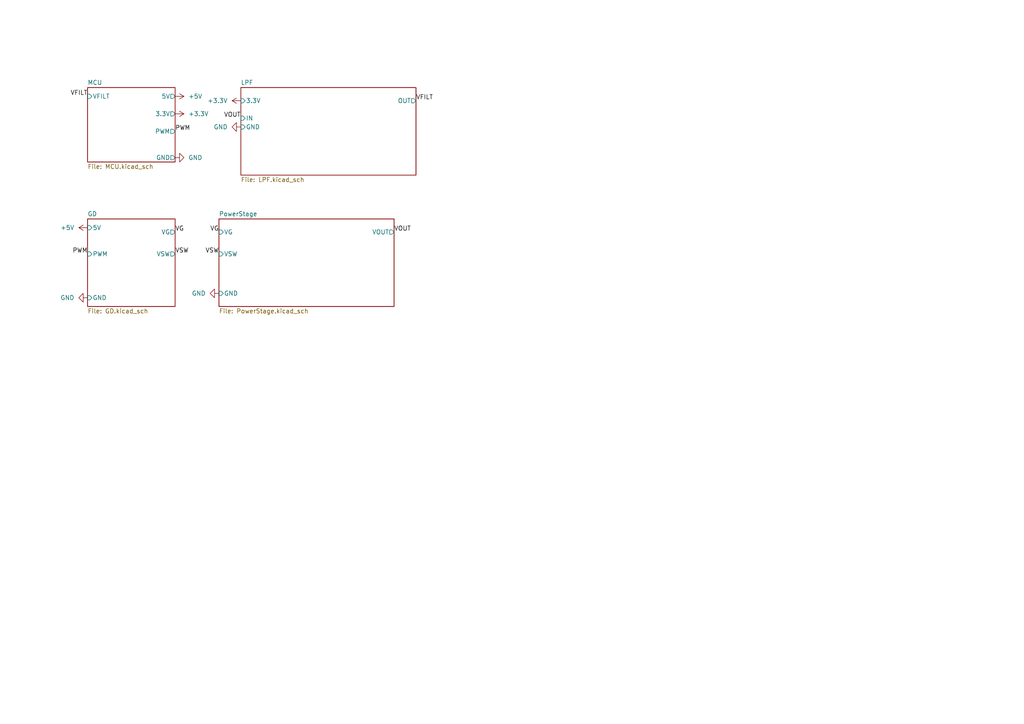
<source format=kicad_sch>
(kicad_sch
	(version 20231120)
	(generator "eeschema")
	(generator_version "8.0")
	(uuid "0768732b-0e8f-4a40-9cf3-e602ee34def3")
	(paper "A4")
	(title_block
		(title "My First Buck")
		(date "2025-01-21")
		(rev "v0")
		(company "Andy Truong")
	)
	(lib_symbols
		(symbol "power:+3.3V"
			(power)
			(pin_numbers hide)
			(pin_names
				(offset 0) hide)
			(exclude_from_sim no)
			(in_bom yes)
			(on_board yes)
			(property "Reference" "#PWR"
				(at 0 -3.81 0)
				(effects
					(font
						(size 1.27 1.27)
					)
					(hide yes)
				)
			)
			(property "Value" "+3.3V"
				(at 0 3.556 0)
				(effects
					(font
						(size 1.27 1.27)
					)
				)
			)
			(property "Footprint" ""
				(at 0 0 0)
				(effects
					(font
						(size 1.27 1.27)
					)
					(hide yes)
				)
			)
			(property "Datasheet" ""
				(at 0 0 0)
				(effects
					(font
						(size 1.27 1.27)
					)
					(hide yes)
				)
			)
			(property "Description" "Power symbol creates a global label with name \"+3.3V\""
				(at 0 0 0)
				(effects
					(font
						(size 1.27 1.27)
					)
					(hide yes)
				)
			)
			(property "ki_keywords" "global power"
				(at 0 0 0)
				(effects
					(font
						(size 1.27 1.27)
					)
					(hide yes)
				)
			)
			(symbol "+3.3V_0_1"
				(polyline
					(pts
						(xy -0.762 1.27) (xy 0 2.54)
					)
					(stroke
						(width 0)
						(type default)
					)
					(fill
						(type none)
					)
				)
				(polyline
					(pts
						(xy 0 0) (xy 0 2.54)
					)
					(stroke
						(width 0)
						(type default)
					)
					(fill
						(type none)
					)
				)
				(polyline
					(pts
						(xy 0 2.54) (xy 0.762 1.27)
					)
					(stroke
						(width 0)
						(type default)
					)
					(fill
						(type none)
					)
				)
			)
			(symbol "+3.3V_1_1"
				(pin power_in line
					(at 0 0 90)
					(length 0)
					(name "~"
						(effects
							(font
								(size 1.27 1.27)
							)
						)
					)
					(number "1"
						(effects
							(font
								(size 1.27 1.27)
							)
						)
					)
				)
			)
		)
		(symbol "power:+5V"
			(power)
			(pin_numbers hide)
			(pin_names
				(offset 0) hide)
			(exclude_from_sim no)
			(in_bom yes)
			(on_board yes)
			(property "Reference" "#PWR"
				(at 0 -3.81 0)
				(effects
					(font
						(size 1.27 1.27)
					)
					(hide yes)
				)
			)
			(property "Value" "+5V"
				(at 0 3.556 0)
				(effects
					(font
						(size 1.27 1.27)
					)
				)
			)
			(property "Footprint" ""
				(at 0 0 0)
				(effects
					(font
						(size 1.27 1.27)
					)
					(hide yes)
				)
			)
			(property "Datasheet" ""
				(at 0 0 0)
				(effects
					(font
						(size 1.27 1.27)
					)
					(hide yes)
				)
			)
			(property "Description" "Power symbol creates a global label with name \"+5V\""
				(at 0 0 0)
				(effects
					(font
						(size 1.27 1.27)
					)
					(hide yes)
				)
			)
			(property "ki_keywords" "global power"
				(at 0 0 0)
				(effects
					(font
						(size 1.27 1.27)
					)
					(hide yes)
				)
			)
			(symbol "+5V_0_1"
				(polyline
					(pts
						(xy -0.762 1.27) (xy 0 2.54)
					)
					(stroke
						(width 0)
						(type default)
					)
					(fill
						(type none)
					)
				)
				(polyline
					(pts
						(xy 0 0) (xy 0 2.54)
					)
					(stroke
						(width 0)
						(type default)
					)
					(fill
						(type none)
					)
				)
				(polyline
					(pts
						(xy 0 2.54) (xy 0.762 1.27)
					)
					(stroke
						(width 0)
						(type default)
					)
					(fill
						(type none)
					)
				)
			)
			(symbol "+5V_1_1"
				(pin power_in line
					(at 0 0 90)
					(length 0)
					(name "~"
						(effects
							(font
								(size 1.27 1.27)
							)
						)
					)
					(number "1"
						(effects
							(font
								(size 1.27 1.27)
							)
						)
					)
				)
			)
		)
		(symbol "power:GND"
			(power)
			(pin_numbers hide)
			(pin_names
				(offset 0) hide)
			(exclude_from_sim no)
			(in_bom yes)
			(on_board yes)
			(property "Reference" "#PWR"
				(at 0 -6.35 0)
				(effects
					(font
						(size 1.27 1.27)
					)
					(hide yes)
				)
			)
			(property "Value" "GND"
				(at 0 -3.81 0)
				(effects
					(font
						(size 1.27 1.27)
					)
				)
			)
			(property "Footprint" ""
				(at 0 0 0)
				(effects
					(font
						(size 1.27 1.27)
					)
					(hide yes)
				)
			)
			(property "Datasheet" ""
				(at 0 0 0)
				(effects
					(font
						(size 1.27 1.27)
					)
					(hide yes)
				)
			)
			(property "Description" "Power symbol creates a global label with name \"GND\" , ground"
				(at 0 0 0)
				(effects
					(font
						(size 1.27 1.27)
					)
					(hide yes)
				)
			)
			(property "ki_keywords" "global power"
				(at 0 0 0)
				(effects
					(font
						(size 1.27 1.27)
					)
					(hide yes)
				)
			)
			(symbol "GND_0_1"
				(polyline
					(pts
						(xy 0 0) (xy 0 -1.27) (xy 1.27 -1.27) (xy 0 -2.54) (xy -1.27 -1.27) (xy 0 -1.27)
					)
					(stroke
						(width 0)
						(type default)
					)
					(fill
						(type none)
					)
				)
			)
			(symbol "GND_1_1"
				(pin power_in line
					(at 0 0 270)
					(length 0)
					(name "~"
						(effects
							(font
								(size 1.27 1.27)
							)
						)
					)
					(number "1"
						(effects
							(font
								(size 1.27 1.27)
							)
						)
					)
				)
			)
		)
	)
	(label "PWM"
		(at 25.4 73.66 180)
		(effects
			(font
				(size 1.27 1.27)
			)
			(justify right bottom)
		)
		(uuid "2598fb26-715d-49fe-b7f3-a4eb1eaf0ec6")
	)
	(label "VOUT"
		(at 69.85 34.29 180)
		(effects
			(font
				(size 1.27 1.27)
			)
			(justify right bottom)
		)
		(uuid "447dfe2f-a857-4f43-a9c5-da2af0fada81")
	)
	(label "VSW"
		(at 63.5 73.66 180)
		(effects
			(font
				(size 1.27 1.27)
			)
			(justify right bottom)
		)
		(uuid "4989cf12-fd94-4f67-a40b-406eab9546e1")
	)
	(label "VFILT"
		(at 25.4 27.94 180)
		(effects
			(font
				(size 1.27 1.27)
			)
			(justify right bottom)
		)
		(uuid "56112ea2-2262-47cf-803d-3e64f4f963d2")
	)
	(label "PWM"
		(at 50.8 38.1 0)
		(effects
			(font
				(size 1.27 1.27)
			)
			(justify left bottom)
		)
		(uuid "7249b384-6d4a-4244-8cba-54b7bf9a3ac8")
	)
	(label "VOUT"
		(at 114.3 67.31 0)
		(effects
			(font
				(size 1.27 1.27)
			)
			(justify left bottom)
		)
		(uuid "75d2e094-50c8-46da-813c-dfb75e55a39b")
	)
	(label "VG"
		(at 50.8 67.31 0)
		(effects
			(font
				(size 1.27 1.27)
			)
			(justify left bottom)
		)
		(uuid "b5c608b0-5b5f-4073-9943-35ee1c8dcff4")
	)
	(label "VG"
		(at 63.5 67.31 180)
		(effects
			(font
				(size 1.27 1.27)
			)
			(justify right bottom)
		)
		(uuid "c8a01ff0-13fe-4eeb-8a56-71840551047e")
	)
	(label "VSW"
		(at 50.8 73.66 0)
		(effects
			(font
				(size 1.27 1.27)
			)
			(justify left bottom)
		)
		(uuid "ca1675fe-144b-4690-b465-deaac864f8a0")
	)
	(label "VFILT"
		(at 120.65 29.21 0)
		(effects
			(font
				(size 1.27 1.27)
			)
			(justify left bottom)
		)
		(uuid "e797e624-96b9-445b-aa21-3e703a293afd")
	)
	(symbol
		(lib_id "power:+3.3V")
		(at 50.8 33.02 270)
		(mirror x)
		(unit 1)
		(exclude_from_sim no)
		(in_bom yes)
		(on_board yes)
		(dnp no)
		(fields_autoplaced yes)
		(uuid "002a3b1f-dc20-4c62-9834-7fc37392022e")
		(property "Reference" "#PWR05"
			(at 46.99 33.02 0)
			(effects
				(font
					(size 1.27 1.27)
				)
				(hide yes)
			)
		)
		(property "Value" "+3.3V"
			(at 54.61 33.0199 90)
			(effects
				(font
					(size 1.27 1.27)
				)
				(justify left)
			)
		)
		(property "Footprint" ""
			(at 50.8 33.02 0)
			(effects
				(font
					(size 1.27 1.27)
				)
				(hide yes)
			)
		)
		(property "Datasheet" ""
			(at 50.8 33.02 0)
			(effects
				(font
					(size 1.27 1.27)
				)
				(hide yes)
			)
		)
		(property "Description" "Power symbol creates a global label with name \"+3.3V\""
			(at 50.8 33.02 0)
			(effects
				(font
					(size 1.27 1.27)
				)
				(hide yes)
			)
		)
		(pin "1"
			(uuid "4ba1fe63-be39-4c24-9f7e-191ec2039fbe")
		)
		(instances
			(project ""
				(path "/0768732b-0e8f-4a40-9cf3-e602ee34def3"
					(reference "#PWR05")
					(unit 1)
				)
			)
		)
	)
	(symbol
		(lib_id "power:+5V")
		(at 50.8 27.94 270)
		(mirror x)
		(unit 1)
		(exclude_from_sim no)
		(in_bom yes)
		(on_board yes)
		(dnp no)
		(fields_autoplaced yes)
		(uuid "06c5cdf5-de10-490f-8167-88d68ad3a265")
		(property "Reference" "#PWR07"
			(at 46.99 27.94 0)
			(effects
				(font
					(size 1.27 1.27)
				)
				(hide yes)
			)
		)
		(property "Value" "+5V"
			(at 54.61 27.9399 90)
			(effects
				(font
					(size 1.27 1.27)
				)
				(justify left)
			)
		)
		(property "Footprint" ""
			(at 50.8 27.94 0)
			(effects
				(font
					(size 1.27 1.27)
				)
				(hide yes)
			)
		)
		(property "Datasheet" ""
			(at 50.8 27.94 0)
			(effects
				(font
					(size 1.27 1.27)
				)
				(hide yes)
			)
		)
		(property "Description" "Power symbol creates a global label with name \"+5V\""
			(at 50.8 27.94 0)
			(effects
				(font
					(size 1.27 1.27)
				)
				(hide yes)
			)
		)
		(pin "1"
			(uuid "1778c50c-c429-4894-b7a5-692d6df61289")
		)
		(instances
			(project ""
				(path "/0768732b-0e8f-4a40-9cf3-e602ee34def3"
					(reference "#PWR07")
					(unit 1)
				)
			)
		)
	)
	(symbol
		(lib_id "power:GND")
		(at 63.5 85.09 270)
		(mirror x)
		(unit 1)
		(exclude_from_sim no)
		(in_bom yes)
		(on_board yes)
		(dnp no)
		(fields_autoplaced yes)
		(uuid "1572290c-6e86-45de-841a-b10682aaee02")
		(property "Reference" "#PWR03"
			(at 57.15 85.09 0)
			(effects
				(font
					(size 1.27 1.27)
				)
				(hide yes)
			)
		)
		(property "Value" "GND"
			(at 59.69 85.0899 90)
			(effects
				(font
					(size 1.27 1.27)
				)
				(justify right)
			)
		)
		(property "Footprint" ""
			(at 63.5 85.09 0)
			(effects
				(font
					(size 1.27 1.27)
				)
				(hide yes)
			)
		)
		(property "Datasheet" ""
			(at 63.5 85.09 0)
			(effects
				(font
					(size 1.27 1.27)
				)
				(hide yes)
			)
		)
		(property "Description" "Power symbol creates a global label with name \"GND\" , ground"
			(at 63.5 85.09 0)
			(effects
				(font
					(size 1.27 1.27)
				)
				(hide yes)
			)
		)
		(pin "1"
			(uuid "9ea23316-6bcc-4b71-bdb7-464979dc92d2")
		)
		(instances
			(project ""
				(path "/0768732b-0e8f-4a40-9cf3-e602ee34def3"
					(reference "#PWR03")
					(unit 1)
				)
			)
		)
	)
	(symbol
		(lib_id "power:+3.3V")
		(at 69.85 29.21 90)
		(mirror x)
		(unit 1)
		(exclude_from_sim no)
		(in_bom yes)
		(on_board yes)
		(dnp no)
		(fields_autoplaced yes)
		(uuid "1ad7d5dc-7117-468b-a72f-daca9e57624c")
		(property "Reference" "#PWR06"
			(at 73.66 29.21 0)
			(effects
				(font
					(size 1.27 1.27)
				)
				(hide yes)
			)
		)
		(property "Value" "+3.3V"
			(at 66.04 29.2099 90)
			(effects
				(font
					(size 1.27 1.27)
				)
				(justify left)
			)
		)
		(property "Footprint" ""
			(at 69.85 29.21 0)
			(effects
				(font
					(size 1.27 1.27)
				)
				(hide yes)
			)
		)
		(property "Datasheet" ""
			(at 69.85 29.21 0)
			(effects
				(font
					(size 1.27 1.27)
				)
				(hide yes)
			)
		)
		(property "Description" "Power symbol creates a global label with name \"+3.3V\""
			(at 69.85 29.21 0)
			(effects
				(font
					(size 1.27 1.27)
				)
				(hide yes)
			)
		)
		(pin "1"
			(uuid "afd7f5ee-2b85-4d66-a3fa-57c404bc588b")
		)
		(instances
			(project "MyFirstBuck"
				(path "/0768732b-0e8f-4a40-9cf3-e602ee34def3"
					(reference "#PWR06")
					(unit 1)
				)
			)
		)
	)
	(symbol
		(lib_id "power:+5V")
		(at 25.4 66.04 90)
		(mirror x)
		(unit 1)
		(exclude_from_sim no)
		(in_bom yes)
		(on_board yes)
		(dnp no)
		(fields_autoplaced yes)
		(uuid "25c9c176-69b6-4c1b-ae21-1a67c7bd8e00")
		(property "Reference" "#PWR08"
			(at 29.21 66.04 0)
			(effects
				(font
					(size 1.27 1.27)
				)
				(hide yes)
			)
		)
		(property "Value" "+5V"
			(at 21.59 66.0399 90)
			(effects
				(font
					(size 1.27 1.27)
				)
				(justify left)
			)
		)
		(property "Footprint" ""
			(at 25.4 66.04 0)
			(effects
				(font
					(size 1.27 1.27)
				)
				(hide yes)
			)
		)
		(property "Datasheet" ""
			(at 25.4 66.04 0)
			(effects
				(font
					(size 1.27 1.27)
				)
				(hide yes)
			)
		)
		(property "Description" "Power symbol creates a global label with name \"+5V\""
			(at 25.4 66.04 0)
			(effects
				(font
					(size 1.27 1.27)
				)
				(hide yes)
			)
		)
		(pin "1"
			(uuid "22667865-6287-42bc-a57c-f29f0c75f4d4")
		)
		(instances
			(project ""
				(path "/0768732b-0e8f-4a40-9cf3-e602ee34def3"
					(reference "#PWR08")
					(unit 1)
				)
			)
		)
	)
	(symbol
		(lib_id "power:GND")
		(at 69.85 36.83 270)
		(mirror x)
		(unit 1)
		(exclude_from_sim no)
		(in_bom yes)
		(on_board yes)
		(dnp no)
		(fields_autoplaced yes)
		(uuid "57d6c6d2-033f-4e55-b091-8b623bfd2d35")
		(property "Reference" "#PWR04"
			(at 63.5 36.83 0)
			(effects
				(font
					(size 1.27 1.27)
				)
				(hide yes)
			)
		)
		(property "Value" "GND"
			(at 66.04 36.8299 90)
			(effects
				(font
					(size 1.27 1.27)
				)
				(justify right)
			)
		)
		(property "Footprint" ""
			(at 69.85 36.83 0)
			(effects
				(font
					(size 1.27 1.27)
				)
				(hide yes)
			)
		)
		(property "Datasheet" ""
			(at 69.85 36.83 0)
			(effects
				(font
					(size 1.27 1.27)
				)
				(hide yes)
			)
		)
		(property "Description" "Power symbol creates a global label with name \"GND\" , ground"
			(at 69.85 36.83 0)
			(effects
				(font
					(size 1.27 1.27)
				)
				(hide yes)
			)
		)
		(pin "1"
			(uuid "84c1999f-0968-4231-bbe0-7abef248ad00")
		)
		(instances
			(project ""
				(path "/0768732b-0e8f-4a40-9cf3-e602ee34def3"
					(reference "#PWR04")
					(unit 1)
				)
			)
		)
	)
	(symbol
		(lib_id "power:GND")
		(at 25.4 86.36 270)
		(unit 1)
		(exclude_from_sim no)
		(in_bom yes)
		(on_board yes)
		(dnp no)
		(fields_autoplaced yes)
		(uuid "c329f5db-ca86-4d65-9129-81f8b9b7630e")
		(property "Reference" "#PWR02"
			(at 19.05 86.36 0)
			(effects
				(font
					(size 1.27 1.27)
				)
				(hide yes)
			)
		)
		(property "Value" "GND"
			(at 21.59 86.3599 90)
			(effects
				(font
					(size 1.27 1.27)
				)
				(justify right)
			)
		)
		(property "Footprint" ""
			(at 25.4 86.36 0)
			(effects
				(font
					(size 1.27 1.27)
				)
				(hide yes)
			)
		)
		(property "Datasheet" ""
			(at 25.4 86.36 0)
			(effects
				(font
					(size 1.27 1.27)
				)
				(hide yes)
			)
		)
		(property "Description" "Power symbol creates a global label with name \"GND\" , ground"
			(at 25.4 86.36 0)
			(effects
				(font
					(size 1.27 1.27)
				)
				(hide yes)
			)
		)
		(pin "1"
			(uuid "fb116418-398e-4e11-8f72-a1b72053b31b")
		)
		(instances
			(project ""
				(path "/0768732b-0e8f-4a40-9cf3-e602ee34def3"
					(reference "#PWR02")
					(unit 1)
				)
			)
		)
	)
	(symbol
		(lib_id "power:GND")
		(at 50.8 45.72 90)
		(unit 1)
		(exclude_from_sim no)
		(in_bom yes)
		(on_board yes)
		(dnp no)
		(uuid "eeda4f2a-cfd2-4cf3-b165-36b101cae0a6")
		(property "Reference" "#PWR01"
			(at 57.15 45.72 0)
			(effects
				(font
					(size 1.27 1.27)
				)
				(hide yes)
			)
		)
		(property "Value" "GND"
			(at 54.61 45.7199 90)
			(effects
				(font
					(size 1.27 1.27)
				)
				(justify right)
			)
		)
		(property "Footprint" ""
			(at 50.8 45.72 0)
			(effects
				(font
					(size 1.27 1.27)
				)
				(hide yes)
			)
		)
		(property "Datasheet" ""
			(at 50.8 45.72 0)
			(effects
				(font
					(size 1.27 1.27)
				)
				(hide yes)
			)
		)
		(property "Description" "Power symbol creates a global label with name \"GND\" , ground"
			(at 50.8 45.72 0)
			(effects
				(font
					(size 1.27 1.27)
				)
				(hide yes)
			)
		)
		(pin "1"
			(uuid "c5abcaac-cf28-4d52-8422-878d911e8d32")
		)
		(instances
			(project ""
				(path "/0768732b-0e8f-4a40-9cf3-e602ee34def3"
					(reference "#PWR01")
					(unit 1)
				)
			)
		)
	)
	(sheet
		(at 25.4 63.5)
		(size 25.4 25.4)
		(fields_autoplaced yes)
		(stroke
			(width 0.1524)
			(type solid)
		)
		(fill
			(color 0 0 0 0.0000)
		)
		(uuid "6dc26df8-7966-4489-8427-3eb1cf5f2863")
		(property "Sheetname" "GD"
			(at 25.4 62.7884 0)
			(effects
				(font
					(size 1.27 1.27)
				)
				(justify left bottom)
			)
		)
		(property "Sheetfile" "GD.kicad_sch"
			(at 25.4 89.4846 0)
			(effects
				(font
					(size 1.27 1.27)
				)
				(justify left top)
			)
		)
		(pin "5V" input
			(at 25.4 66.04 180)
			(effects
				(font
					(size 1.27 1.27)
				)
				(justify left)
			)
			(uuid "017ce50c-86a6-485c-bd39-49cf98b1dbc1")
		)
		(pin "PWM" input
			(at 25.4 73.66 180)
			(effects
				(font
					(size 1.27 1.27)
				)
				(justify left)
			)
			(uuid "733c5501-4deb-4226-be9e-01ab07e91c70")
		)
		(pin "GND" input
			(at 25.4 86.36 180)
			(effects
				(font
					(size 1.27 1.27)
				)
				(justify left)
			)
			(uuid "b87d5ac9-4271-4697-a465-223712681284")
		)
		(pin "VG" output
			(at 50.8 67.31 0)
			(effects
				(font
					(size 1.27 1.27)
				)
				(justify right)
			)
			(uuid "ff4a852c-e04a-49da-8c6b-77587c9d7db5")
		)
		(pin "VSW" output
			(at 50.8 73.66 0)
			(effects
				(font
					(size 1.27 1.27)
				)
				(justify right)
			)
			(uuid "71d2b1f6-21dd-4e93-8722-893a49616227")
		)
		(instances
			(project "MyFirstBuck"
				(path "/0768732b-0e8f-4a40-9cf3-e602ee34def3"
					(page "4")
				)
			)
		)
	)
	(sheet
		(at 25.4 25.4)
		(size 25.4 21.59)
		(fields_autoplaced yes)
		(stroke
			(width 0.1524)
			(type solid)
		)
		(fill
			(color 0 0 0 0.0000)
		)
		(uuid "93d2fcfa-d06c-41b2-bece-4410c3be6b80")
		(property "Sheetname" "MCU"
			(at 25.4 24.6884 0)
			(effects
				(font
					(size 1.27 1.27)
				)
				(justify left bottom)
			)
		)
		(property "Sheetfile" "MCU.kicad_sch"
			(at 25.4 47.5746 0)
			(effects
				(font
					(size 1.27 1.27)
				)
				(justify left top)
			)
		)
		(pin "5V" output
			(at 50.8 27.94 0)
			(effects
				(font
					(size 1.27 1.27)
				)
				(justify right)
			)
			(uuid "2da3bb07-96a1-4cb0-8b4a-76e68b112fce")
		)
		(pin "3.3V" output
			(at 50.8 33.02 0)
			(effects
				(font
					(size 1.27 1.27)
				)
				(justify right)
			)
			(uuid "db90385b-f702-42dc-ad7c-959c62e7e7f6")
		)
		(pin "GND" output
			(at 50.8 45.72 0)
			(effects
				(font
					(size 1.27 1.27)
				)
				(justify right)
			)
			(uuid "e82facd9-3dbd-4ea4-bffb-0dd12830b3f5")
		)
		(pin "PWM" output
			(at 50.8 38.1 0)
			(effects
				(font
					(size 1.27 1.27)
				)
				(justify right)
			)
			(uuid "6762b249-7d8c-431c-b0e8-2087b8ed788e")
		)
		(pin "VFILT" input
			(at 25.4 27.94 180)
			(effects
				(font
					(size 1.27 1.27)
				)
				(justify left)
			)
			(uuid "19b68d61-b025-48c0-9428-ff5f0c9614ad")
		)
		(instances
			(project "MyFirstBuck"
				(path "/0768732b-0e8f-4a40-9cf3-e602ee34def3"
					(page "2")
				)
			)
		)
	)
	(sheet
		(at 63.5 63.5)
		(size 50.8 25.4)
		(fields_autoplaced yes)
		(stroke
			(width 0.1524)
			(type solid)
		)
		(fill
			(color 0 0 0 0.0000)
		)
		(uuid "d6498695-823f-490e-901b-4b1c774d8ca4")
		(property "Sheetname" "PowerStage"
			(at 63.5 62.7884 0)
			(effects
				(font
					(size 1.27 1.27)
				)
				(justify left bottom)
			)
		)
		(property "Sheetfile" "PowerStage.kicad_sch"
			(at 63.5 89.4846 0)
			(effects
				(font
					(size 1.27 1.27)
				)
				(justify left top)
			)
		)
		(pin "VG" input
			(at 63.5 67.31 180)
			(effects
				(font
					(size 1.27 1.27)
				)
				(justify left)
			)
			(uuid "bd5ab748-85bb-43d7-8b30-6fa65776446e")
		)
		(pin "VSW" input
			(at 63.5 73.66 180)
			(effects
				(font
					(size 1.27 1.27)
				)
				(justify left)
			)
			(uuid "7ed51f8f-7af3-4bd5-9c3c-cd19d415d73e")
		)
		(pin "GND" input
			(at 63.5 85.09 180)
			(effects
				(font
					(size 1.27 1.27)
				)
				(justify left)
			)
			(uuid "ce7c07b1-5f08-494c-9c8f-f33c45a8a47d")
		)
		(pin "VOUT" output
			(at 114.3 67.31 0)
			(effects
				(font
					(size 1.27 1.27)
				)
				(justify right)
			)
			(uuid "a0e86dfd-a3b5-475b-98c9-517c8ed4c420")
		)
		(instances
			(project "MyFirstBuck"
				(path "/0768732b-0e8f-4a40-9cf3-e602ee34def3"
					(page "5")
				)
			)
		)
	)
	(sheet
		(at 69.85 25.4)
		(size 50.8 25.4)
		(fields_autoplaced yes)
		(stroke
			(width 0.1524)
			(type solid)
		)
		(fill
			(color 0 0 0 0.0000)
		)
		(uuid "e0895137-84f5-4117-9d45-f43f4d4b7c88")
		(property "Sheetname" "LPF"
			(at 69.85 24.6884 0)
			(effects
				(font
					(size 1.27 1.27)
				)
				(justify left bottom)
			)
		)
		(property "Sheetfile" "LPF.kicad_sch"
			(at 69.85 51.3846 0)
			(effects
				(font
					(size 1.27 1.27)
				)
				(justify left top)
			)
		)
		(pin "3.3V" input
			(at 69.85 29.21 180)
			(effects
				(font
					(size 1.27 1.27)
				)
				(justify left)
			)
			(uuid "ae05238a-97c3-43c7-b1a4-eeabd994367d")
		)
		(pin "IN" input
			(at 69.85 34.29 180)
			(effects
				(font
					(size 1.27 1.27)
				)
				(justify left)
			)
			(uuid "ed7b7e93-3b9e-4f35-8adb-eee985720d8b")
		)
		(pin "GND" input
			(at 69.85 36.83 180)
			(effects
				(font
					(size 1.27 1.27)
				)
				(justify left)
			)
			(uuid "fcca3335-d378-453a-9bb3-b7310e9e480c")
		)
		(pin "OUT" output
			(at 120.65 29.21 0)
			(effects
				(font
					(size 1.27 1.27)
				)
				(justify right)
			)
			(uuid "b1519a74-0e89-42f3-ab38-6a9d6aa63042")
		)
		(instances
			(project "MyFirstBuck"
				(path "/0768732b-0e8f-4a40-9cf3-e602ee34def3"
					(page "3")
				)
			)
		)
	)
	(sheet_instances
		(path "/"
			(page "1")
		)
	)
)

</source>
